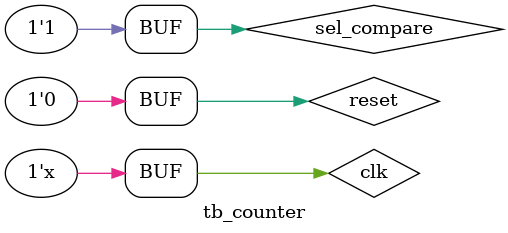
<source format=v>


`timescale 1ms/1ms

module tb_counter();
		parameter T = 1000;
		reg clk, reset, sel_compare;
		wire over_flag;
		wire[5:0] cnt;
		
		initial begin
				reset = 0;
				clk = 0;
				sel_compare = 0;
				#(T * 30) sel_compare = 1;
				//#(T*10) reset = 1;
				//#T reset = 0;
		end
		always #(T/2) clk = ~clk;
		
		counter md_cnt(.cnt(cnt), .over_flag(over_flag), .reset(reset), .sel_compare(sel_compare), .clk(clk));
		
endmodule



</source>
